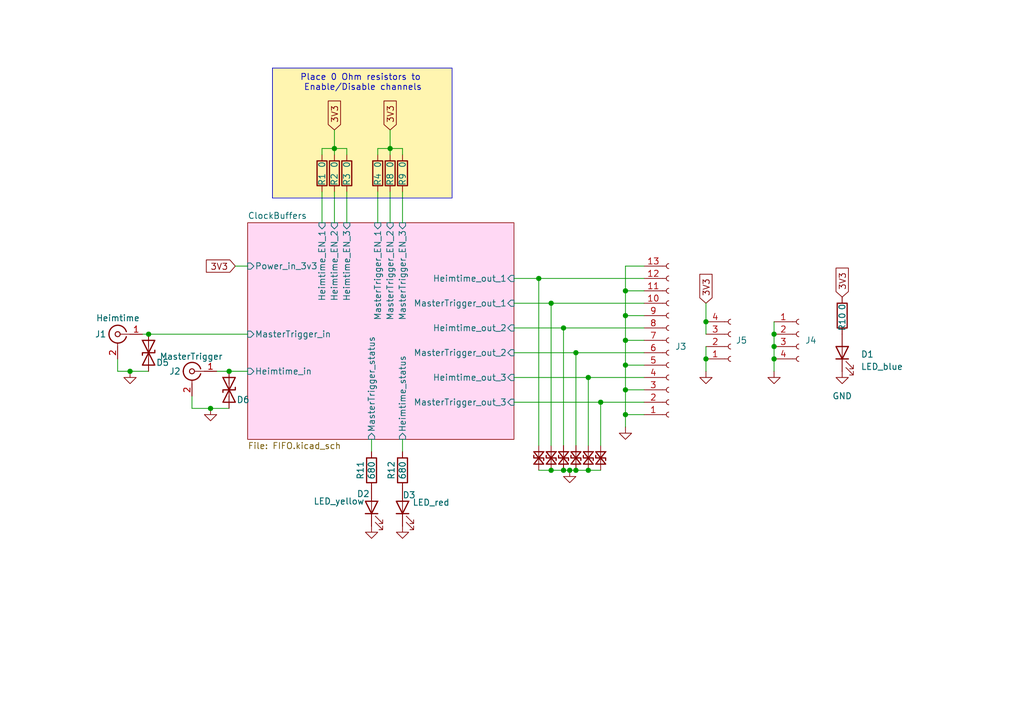
<source format=kicad_sch>
(kicad_sch (version 20250114) (generator "eeschema") (generator_version "9.0")
  (paper "A5")
  (title_block (title "Clock Buffers AddOn") (rev "2"))
  (lib_symbols
    (symbol "Connector:Conn_01x04_Socket" (pin_names (offset 1.016) (hide yes))
      (property "Reference" "J" (at 0 5.08 0))
      (property "Value" "Conn_01x04_Socket" (at 0 -7.62 0))
      (symbol "Conn_01x04_Socket_1_1"
        (polyline (pts (xy -1.27 2.54) (xy -0.508 2.54)) (stroke (width 0.1524)))
        (polyline (pts (xy -1.27 0) (xy -0.508 0)) (stroke (width 0.1524)))
        (polyline (pts (xy -1.27 -2.54) (xy -0.508 -2.54)) (stroke (width 0.1524)))
        (polyline (pts (xy -1.27 -5.08) (xy -0.508 -5.08)) (stroke (width 0.1524)))
        (arc (start 0 2.032) (mid -0.5058 2.54) (end 0 3.048) (stroke (width 0.1524)))
        (arc (start 0 -0.508) (mid -0.5058 0) (end 0 0.508) (stroke (width 0.1524)))
        (arc (start 0 -3.048) (mid -0.5058 -2.54) (end 0 -2.032) (stroke (width 0.1524)))
        (arc (start 0 -5.588) (mid -0.5058 -5.08) (end 0 -4.572) (stroke (width 0.1524)))
        (pin passive line (at -5.08 2.54 0) (length 3.81) (name "Pin_1") (number "1"))
        (pin passive line (at -5.08 0 0) (length 3.81) (name "Pin_2") (number "2"))
        (pin passive line (at -5.08 -2.54 0) (length 3.81) (name "Pin_3") (number "3"))
        (pin passive line (at -5.08 -5.08 0) (length 3.81) (name "Pin_4") (number "4"))
      )
    )
    (symbol "Connector:Conn_01x13_Socket" (pin_names (offset 1.016) (hide yes))
      (property "Reference" "J" (at 0 17.78 0))
      (property "Value" "Conn_01x13_Socket" (at 0 -17.78 0))
      (symbol "Conn_01x13_Socket_1_1"
        (polyline (pts (xy -1.27 15.24) (xy -0.508 15.24)) (stroke (width 0.1524)))
        (polyline (pts (xy -1.27 12.7) (xy -0.508 12.7)) (stroke (width 0.1524)))
        (polyline (pts (xy -1.27 10.16) (xy -0.508 10.16)) (stroke (width 0.1524)))
        (polyline (pts (xy -1.27 7.62) (xy -0.508 7.62)) (stroke (width 0.1524)))
        (polyline (pts (xy -1.27 5.08) (xy -0.508 5.08)) (stroke (width 0.1524)))
        (polyline (pts (xy -1.27 2.54) (xy -0.508 2.54)) (stroke (width 0.1524)))
        (polyline (pts (xy -1.27 0) (xy -0.508 0)) (stroke (width 0.1524)))
        (polyline (pts (xy -1.27 -2.54) (xy -0.508 -2.54)) (stroke (width 0.1524)))
        (polyline (pts (xy -1.27 -5.08) (xy -0.508 -5.08)) (stroke (width 0.1524)))
        (polyline (pts (xy -1.27 -7.62) (xy -0.508 -7.62)) (stroke (width 0.1524)))
        (polyline (pts (xy -1.27 -10.16) (xy -0.508 -10.16)) (stroke (width 0.1524)))
        (polyline (pts (xy -1.27 -12.7) (xy -0.508 -12.7)) (stroke (width 0.1524)))
        (polyline (pts (xy -1.27 -15.24) (xy -0.508 -15.24)) (stroke (width 0.1524)))
        (arc (start 0 14.732) (mid -0.5058 15.24) (end 0 15.748) (stroke (width 0.1524)))
        (arc (start 0 12.192) (mid -0.5058 12.7) (end 0 13.208) (stroke (width 0.1524)))
        (arc (start 0 9.652) (mid -0.5058 10.16) (end 0 10.668) (stroke (width 0.1524)))
        (arc (start 0 7.112) (mid -0.5058 7.62) (end 0 8.128) (stroke (width 0.1524)))
        (arc (start 0 4.572) (mid -0.5058 5.08) (end 0 5.588) (stroke (width 0.1524)))
        (arc (start 0 2.032) (mid -0.5058 2.54) (end 0 3.048) (stroke (width 0.1524)))
        (arc (start 0 -0.508) (mid -0.5058 0) (end 0 0.508) (stroke (width 0.1524)))
        (arc (start 0 -3.048) (mid -0.5058 -2.54) (end 0 -2.032) (stroke (width 0.1524)))
        (arc (start 0 -5.588) (mid -0.5058 -5.08) (end 0 -4.572) (stroke (width 0.1524)))
        (arc (start 0 -8.128) (mid -0.5058 -7.62) (end 0 -7.112) (stroke (width 0.1524)))
        (arc (start 0 -10.668) (mid -0.5058 -10.16) (end 0 -9.652) (stroke (width 0.1524)))
        (arc (start 0 -13.208) (mid -0.5058 -12.7) (end 0 -12.192) (stroke (width 0.1524)))
        (arc (start 0 -15.748) (mid -0.5058 -15.24) (end 0 -14.732) (stroke (width 0.1524)))
        (pin passive line (at -5.08 15.24 0) (length 3.81) (name "Pin_1") (number "1"))
        (pin passive line (at -5.08 12.7 0) (length 3.81) (name "Pin_2") (number "2"))
        (pin passive line (at -5.08 10.16 0) (length 3.81) (name "Pin_3") (number "3"))
        (pin passive line (at -5.08 7.62 0) (length 3.81) (name "Pin_4") (number "4"))
        (pin passive line (at -5.08 5.08 0) (length 3.81) (name "Pin_5") (number "5"))
        (pin passive line (at -5.08 2.54 0) (length 3.81) (name "Pin_6") (number "6"))
        (pin passive line (at -5.08 0 0) (length 3.81) (name "Pin_7") (number "7"))
        (pin passive line (at -5.08 -2.54 0) (length 3.81) (name "Pin_8") (number "8"))
        (pin passive line (at -5.08 -5.08 0) (length 3.81) (name "Pin_9") (number "9"))
        (pin passive line (at -5.08 -7.62 0) (length 3.81) (name "Pin_10") (number "10"))
        (pin passive line (at -5.08 -10.16 0) (length 3.81) (name "Pin_11") (number "11"))
        (pin passive line (at -5.08 -12.7 0) (length 3.81) (name "Pin_12") (number "12"))
        (pin passive line (at -5.08 -15.24 0) (length 3.81) (name "Pin_13") (number "13"))
      )
    )
    (symbol "Connector:Conn_Coaxial" (pin_names (offset 1.016) (hide yes))
      (property "Reference" "J" (at 0.254 3.048 0))
      (property "Value" "Conn_Coaxial" (at 2.921 0 90))
      (symbol "Conn_Coaxial_0_1"
        (polyline (pts (xy -2.54 0) (xy -0.508 0)))
        (arc (start 1.778 0) (mid 0.222 -1.8079) (end -1.778 -0.508) (stroke (width 0.254)))
        (arc (start -1.778 0.508) (mid 0.2221 1.8084) (end 1.778 0) (stroke (width 0.254)))
        (circle (center 0 0) (radius 0.508) (stroke (width 0.2032)))
        (polyline (pts (xy 0 -2.54) (xy 0 -1.778)))
      )
      (symbol "Conn_Coaxial_1_1"
        (pin passive line (at -5.08 0 0) (length 2.54) (name "In") (number "1"))
        (pin passive line (at 0 -5.08 90) (length 2.54) (name "Ext") (number "2"))
      )
    )
    (symbol "Device:D_TVS" (pin_numbers (hide yes)) (pin_names (offset 1.016) (hide yes))
      (property "Reference" "D" (at 0 2.54 0))
      (property "Value" "D_TVS" (at 0 -2.54 0))
      (symbol "D_TVS_0_1"
        (polyline (pts (xy -2.54 1.27) (xy -2.54 -1.27) (xy 2.54 1.27) (xy 2.54 -1.27) (xy -2.54 1.27)) (stroke (width 0.254)))
        (polyline (pts (xy 0.508 1.27) (xy 0 1.27) (xy 0 -1.27) (xy -0.508 -1.27)) (stroke (width 0.254)))
        (polyline (pts (xy 1.27 0) (xy -1.27 0)))
      )
      (symbol "D_TVS_1_1"
        (pin passive line (at -3.81 0 0) (length 2.54) (name "A1") (number "1"))
        (pin passive line (at 3.81 0 180) (length 2.54) (name "A2") (number "2"))
      )
    )
    (symbol "Device:D_TVS_Small" (pin_numbers (hide yes)) (pin_names (offset 1.016) (hide yes))
      (property "Reference" "D" (at 0 2.54 0))
      (property "Value" "D_TVS_Small" (at 0 -2.54 0))
      (symbol "D_TVS_Small_0_1"
        (polyline (pts (xy -1.27 1.016) (xy -1.27 -1.016) (xy 1.27 1.016) (xy 1.27 -1.016) (xy -1.27 1.016)) (stroke (width 0.254)))
        (polyline (pts (xy -1.27 0) (xy 1.27 0)))
        (polyline (pts (xy 0.508 1.016) (xy 0 1.016) (xy 0 -1.016) (xy -0.508 -1.016)) (stroke (width 0.254)))
      )
      (symbol "D_TVS_Small_1_1"
        (pin passive line (at -2.54 0 0) (length 1.27) (name "A1") (number "1"))
        (pin passive line (at 2.54 0 180) (length 1.27) (name "A2") (number "2"))
      )
    )
    (symbol "Device:LED" (pin_numbers (hide yes)) (pin_names (offset 1.016) (hide yes))
      (property "Reference" "D" (at 0 2.54 0))
      (property "Value" "LED" (at 0 -2.54 0))
      (symbol "LED_0_1"
        (polyline (pts (xy -3.048 -0.762) (xy -4.572 -2.286) (xy -3.81 -2.286) (xy -4.572 -2.286) (xy -4.572 -1.524)))
        (polyline (pts (xy -1.778 -0.762) (xy -3.302 -2.286) (xy -2.54 -2.286) (xy -3.302 -2.286) (xy -3.302 -1.524)))
        (polyline (pts (xy -1.27 0) (xy 1.27 0)))
        (polyline (pts (xy -1.27 -1.27) (xy -1.27 1.27)) (stroke (width 0.254)))
        (polyline (pts (xy 1.27 -1.27) (xy 1.27 1.27) (xy -1.27 0) (xy 1.27 -1.27)) (stroke (width 0.254)))
      )
      (symbol "LED_1_1"
        (pin passive line (at -3.81 0 0) (length 2.54) (name "K") (number "1"))
        (pin passive line (at 3.81 0 180) (length 2.54) (name "A") (number "2"))
      )
    )
    (symbol "Device:R" (pin_numbers (hide yes)) (pin_names (offset 0))
      (property "Reference" "R" (at 2.032 0 90))
      (property "Value" "R" (at 0 0 90))
      (symbol "R_0_1"
        (rectangle (start -1.016 -2.54) (end 1.016 2.54) (stroke (width 0.254)))
      )
      (symbol "R_1_1"
        (pin passive line (at 0 3.81 270) (length 1.27) (name "~") (number "1"))
        (pin passive line (at 0 -3.81 90) (length 1.27) (name "~") (number "2"))
      )
    )
    (symbol "power:GND" (power) (pin_numbers (hide yes)) (pin_names (offset 0) (hide yes))
      (property "Value" "GND" (at 0 -3.81 0))
      (symbol "GND_0_1"
        (polyline (pts (xy 0 0) (xy 0 -1.27) (xy 1.27 -1.27) (xy 0 -2.54) (xy -1.27 -1.27) (xy 0 -1.27)))
      )
      (symbol "GND_1_1"
        (pin power_in line (at 0 0 270) (length 0) (name "~") (number "1"))
      )
    )
  )
  (rectangle (start 55.88 13.97) (end 92.71 40.64) (fill (type color) (color 255 245 176 1)))
  (text "Place 0 Ohm resistors to \nEnable/Disable channels" (at 74.422 17.018 0) (effects (font (size 1.27 1.27))))
  (junction (at 144.78 66.04))
  (junction (at 115.57 96.52))
  (junction (at 80.01 30.48))
  (junction (at 68.58 30.48))
  (junction (at 118.11 72.39))
  (junction (at 158.75 73.66))
  (junction (at 113.03 62.23))
  (junction (at 120.65 96.52))
  (junction (at 128.27 80.01))
  (junction (at 116.84 96.52))
  (junction (at 115.57 67.31))
  (junction (at 46.99 76.2))
  (junction (at 110.49 57.15))
  (junction (at 128.27 74.93))
  (junction (at 43.18 83.82))
  (junction (at 128.27 85.09))
  (junction (at 158.75 71.12))
  (junction (at 30.48 68.58))
  (junction (at 113.03 96.52))
  (junction (at 128.27 59.69))
  (junction (at 158.75 68.58))
  (junction (at 144.78 73.66))
  (junction (at 128.27 64.77))
  (junction (at 118.11 96.52))
  (junction (at 128.27 69.85))
  (junction (at 123.19 82.55))
  (junction (at 26.67 76.2))
  (junction (at 120.65 77.47))
  (wire (pts (xy 128.27 85.09) (xy 132.08 85.09)))
  (wire (pts (xy 113.03 62.23) (xy 113.03 91.44)))
  (wire (pts (xy 82.55 30.48) (xy 82.55 31.75)))
  (wire (pts (xy 105.41 62.23) (xy 113.03 62.23)))
  (wire (pts (xy 132.08 69.85) (xy 128.27 69.85)))
  (wire (pts (xy 113.03 96.52) (xy 115.57 96.52)))
  (wire (pts (xy 118.11 72.39) (xy 118.11 91.44)))
  (wire (pts (xy 110.49 57.15) (xy 110.49 91.44)))
  (wire (pts (xy 128.27 54.61) (xy 128.27 59.69)))
  (wire (pts (xy 77.47 39.37) (xy 77.47 45.72)))
  (wire (pts (xy 44.45 76.2) (xy 46.99 76.2)))
  (wire (pts (xy 158.75 71.12) (xy 158.75 73.66)))
  (wire (pts (xy 66.04 30.48) (xy 68.58 30.48)))
  (wire (pts (xy 116.84 96.52) (xy 118.11 96.52)))
  (wire (pts (xy 71.12 30.48) (xy 71.12 31.75)))
  (wire (pts (xy 128.27 69.85) (xy 128.27 74.93)))
  (wire (pts (xy 39.37 83.82) (xy 43.18 83.82)))
  (wire (pts (xy 144.78 71.12) (xy 144.78 73.66)))
  (wire (pts (xy 71.12 39.37) (xy 71.12 45.72)))
  (wire (pts (xy 76.2 90.17) (xy 76.2 92.71)))
  (wire (pts (xy 68.58 39.37) (xy 68.58 45.72)))
  (wire (pts (xy 46.99 76.2) (xy 50.8 76.2)))
  (wire (pts (xy 29.21 68.58) (xy 30.48 68.58)))
  (wire (pts (xy 128.27 64.77) (xy 128.27 69.85)))
  (wire (pts (xy 26.67 76.2) (xy 24.13 76.2)))
  (wire (pts (xy 120.65 77.47) (xy 120.65 91.44)))
  (wire (pts (xy 144.78 73.66) (xy 144.78 76.2)))
  (wire (pts (xy 43.18 83.82) (xy 46.99 83.82)))
  (wire (pts (xy 68.58 30.48) (xy 68.58 31.75)))
  (wire (pts (xy 80.01 30.48) (xy 80.01 31.75)))
  (wire (pts (xy 115.57 67.31) (xy 132.08 67.31)))
  (wire (pts (xy 128.27 74.93) (xy 132.08 74.93)))
  (wire (pts (xy 144.78 62.23) (xy 144.78 66.04)))
  (wire (pts (xy 80.01 30.48) (xy 82.55 30.48)))
  (wire (pts (xy 118.11 72.39) (xy 132.08 72.39)))
  (wire (pts (xy 24.13 76.2) (xy 24.13 73.66)))
  (wire (pts (xy 110.49 57.15) (xy 132.08 57.15)))
  (wire (pts (xy 39.37 81.28) (xy 39.37 83.82)))
  (wire (pts (xy 158.75 68.58) (xy 158.75 71.12)))
  (wire (pts (xy 128.27 59.69) (xy 128.27 64.77)))
  (wire (pts (xy 80.01 39.37) (xy 80.01 45.72)))
  (wire (pts (xy 118.11 96.52) (xy 120.65 96.52)))
  (wire (pts (xy 82.55 39.37) (xy 82.55 45.72)))
  (wire (pts (xy 66.04 39.37) (xy 66.04 45.72)))
  (wire (pts (xy 128.27 64.77) (xy 132.08 64.77)))
  (wire (pts (xy 123.19 82.55) (xy 132.08 82.55)))
  (wire (pts (xy 158.75 66.04) (xy 158.75 68.58)))
  (wire (pts (xy 68.58 26.67) (xy 68.58 30.48)))
  (wire (pts (xy 66.04 30.48) (xy 66.04 31.75)))
  (wire (pts (xy 144.78 66.04) (xy 144.78 68.58)))
  (wire (pts (xy 120.65 77.47) (xy 132.08 77.47)))
  (wire (pts (xy 77.47 30.48) (xy 77.47 31.75)))
  (wire (pts (xy 105.41 77.47) (xy 120.65 77.47)))
  (wire (pts (xy 128.27 85.09) (xy 128.27 87.63)))
  (wire (pts (xy 132.08 54.61) (xy 128.27 54.61)))
  (wire (pts (xy 128.27 59.69) (xy 132.08 59.69)))
  (wire (pts (xy 110.49 96.52) (xy 113.03 96.52)))
  (wire (pts (xy 158.75 73.66) (xy 158.75 76.2)))
  (wire (pts (xy 120.65 96.52) (xy 123.19 96.52)))
  (wire (pts (xy 30.48 68.58) (xy 50.8 68.58)))
  (wire (pts (xy 105.41 72.39) (xy 118.11 72.39)))
  (wire (pts (xy 128.27 74.93) (xy 128.27 80.01)))
  (wire (pts (xy 80.01 26.67) (xy 80.01 30.48)))
  (wire (pts (xy 82.55 90.17) (xy 82.55 92.71)))
  (wire (pts (xy 48.26 54.61) (xy 50.8 54.61)))
  (wire (pts (xy 115.57 91.44) (xy 115.57 67.31)))
  (wire (pts (xy 105.41 57.15) (xy 110.49 57.15)))
  (wire (pts (xy 128.27 80.01) (xy 132.08 80.01)))
  (wire (pts (xy 68.58 30.48) (xy 71.12 30.48)))
  (wire (pts (xy 123.19 82.55) (xy 123.19 91.44)))
  (wire (pts (xy 128.27 80.01) (xy 128.27 85.09)))
  (wire (pts (xy 105.41 82.55) (xy 123.19 82.55)))
  (wire (pts (xy 77.47 30.48) (xy 80.01 30.48)))
  (wire (pts (xy 105.41 67.31) (xy 115.57 67.31)))
  (wire (pts (xy 26.67 76.2) (xy 30.48 76.2)))
  (wire (pts (xy 113.03 62.23) (xy 132.08 62.23)))
  (wire (pts (xy 115.57 96.52) (xy 116.84 96.52)))
  (global_label "3V3" (shape input) (at 48.26 54.61 180) (property "Intersheetrefs" "${INTERSHEET_REFS}" (effects (hide yes))))
  (global_label "3V3" (shape input) (at 80.01 26.67 90) (property "Intersheetrefs" "${INTERSHEET_REFS}" (effects (hide yes))))
  (global_label "3V3" (shape input) (at 144.78 62.23 90) (property "Intersheetrefs" "${INTERSHEET_REFS}" (effects (hide yes))))
  (global_label "3V3" (shape input) (at 172.72 60.96 90) (property "Intersheetrefs" "${INTERSHEET_REFS}" (effects (hide yes))))
  (global_label "3V3" (shape input) (at 68.58 26.67 90) (property "Intersheetrefs" "${INTERSHEET_REFS}" (effects (hide yes))))
  (symbol (lib_id "Device:R") (at 66.04 35.56 180) (unit 1)
    (property "Reference" "R1" (at 66.04 36.83 90))
    (property "Value" "0" (at 66.04 33.782 90))
    (property "Footprint" "Resistor_SMD:R_0402_1005Metric" (effects (hide yes)))
    (property "Description" "Resistor" (effects (hide yes)))
  )
  (symbol (lib_id "power:GND") (at 128.27 87.63 0) (unit 1)
    (property "Reference" "#PWR07" (effects (hide yes)))
    (property "Value" "GND" (effects (hide yes)))
    (property "Description" "Power symbol creates a global label with name \"GND\" , ground" (effects (hide yes)))
  )
  (symbol (lib_id "Device:D_TVS_Small") (at 123.19 93.98 270) (unit 1)
    (property "Reference" "D11" (effects (hide yes)))
    (property "Value" "SP1333-01UTG" (effects (hide yes)))
    (property "Footprint" "Diode_SMD:D_0201_0603Metric" (effects (hide yes)))
    (property "Description" "Bidirectional transient-voltage-suppression diode, small symbol" (effects (hide yes)))
  )
  (symbol (lib_id "power:GND") (at 43.18 83.82 0) (unit 1)
    (property "Reference" "#PWR06" (effects (hide yes)))
    (property "Value" "GND" (effects (hide yes)))
    (property "Description" "Power symbol creates a global label with name \"GND\" , ground" (effects (hide yes)))
  )
  (symbol (lib_id "Device:R") (at 76.2 96.52 180) (unit 1)
    (property "Reference" "R11" (at 73.914 96.52 90))
    (property "Value" "680" (at 76.2 96.52 90))
    (property "Footprint" "Resistor_SMD:R_0402_1005Metric" (effects (hide yes)))
    (property "Description" "Resistor" (effects (hide yes)))
  )
  (symbol (lib_id "power:GND") (at 158.75 76.2 0) (unit 1)
    (property "Reference" "#PWR08" (effects (hide yes)))
    (property "Value" "GND" (effects (hide yes)))
    (property "Description" "Power symbol creates a global label with name \"GND\" , ground" (effects (hide yes)))
  )
  (symbol (lib_id "power:GND") (at 144.78 76.2 0) (unit 1)
    (property "Reference" "#PWR09" (effects (hide yes)))
    (property "Value" "GND" (effects (hide yes)))
    (property "Description" "Power symbol creates a global label with name \"GND\" , ground" (effects (hide yes)))
  )
  (symbol (lib_id "Device:R") (at 82.55 35.56 180) (unit 1)
    (property "Reference" "R9" (at 82.55 36.83 90))
    (property "Value" "0" (at 82.55 33.782 90))
    (property "Footprint" "Resistor_SMD:R_0402_1005Metric" (effects (hide yes)))
    (property "Description" "Resistor" (effects (hide yes)))
  )
  (symbol (lib_id "power:GND") (at 76.2 107.95 0) (unit 1)
    (property "Reference" "#PWR012" (effects (hide yes)))
    (property "Value" "GND" (effects (hide yes)))
    (property "Description" "Power symbol creates a global label with name \"GND\" , ground" (effects (hide yes)))
  )
  (symbol (lib_id "Device:R") (at 80.01 35.56 180) (unit 1)
    (property "Reference" "R8" (at 80.01 36.83 90))
    (property "Value" "0" (at 80.01 33.782 90))
    (property "Footprint" "Resistor_SMD:R_0402_1005Metric" (effects (hide yes)))
    (property "Description" "Resistor" (effects (hide yes)))
  )
  (symbol (lib_id "Device:D_TVS_Small") (at 113.03 93.98 270) (unit 1)
    (property "Reference" "D7" (effects (hide yes)))
    (property "Value" "SP1333-01UTG" (effects (hide yes)))
    (property "Footprint" "Diode_SMD:D_0201_0603Metric" (effects (hide yes)))
    (property "Description" "Bidirectional transient-voltage-suppression diode, small symbol" (effects (hide yes)))
  )
  (symbol (lib_id "Device:R") (at 172.72 64.77 180) (unit 1)
    (property "Reference" "R10" (at 172.72 66.04 90))
    (property "Value" "0" (at 172.72 62.992 90))
    (property "Footprint" "Resistor_SMD:R_0603_1608Metric" (effects (hide yes)))
    (property "Description" "Resistor" (effects (hide yes)))
  )
  (symbol (lib_id "power:GND") (at 116.84 96.52 0) (unit 1)
    (property "Reference" "#PWR014" (effects (hide yes)))
    (property "Value" "GND" (effects (hide yes)))
    (property "Description" "Power symbol creates a global label with name \"GND\" , ground" (effects (hide yes)))
  )
  (symbol (lib_id "Device:D_TVS") (at 46.99 80.01 90) (mirror x) (unit 1)
    (property "Reference" "D6" (at 48.514 82.042 90) (effects (justify right)))
    (property "Value" "SP1333-01UTG" (effects (hide yes)))
    (property "Footprint" "Diode_SMD:D_0201_0603Metric" (effects (hide yes)))
    (property "Description" "Bidirectional transient-voltage-suppression diode" (effects (hide yes)))
  )
  (symbol (lib_id "Device:LED") (at 82.55 104.14 90) (unit 1)
    (property "Reference" "D3" (at 82.55 101.6 90) (effects (justify right)))
    (property "Value" "LED_red" (at 84.582 103.124 90) (effects (justify right)))
    (property "Footprint" "LED_SMD:LED_0603_1608Metric" (effects (hide yes)))
    (property "Description" "Light emitting diode" (effects (hide yes)))
  )
  (symbol (lib_id "Connector:Conn_Coaxial") (at 39.37 76.2 0) (mirror y) (unit 1)
    (property "Reference" "J2" (at 37.084 76.2 0) (effects (justify left)))
    (property "Value" "MasterTrigger" (at 45.72 73.152 0) (effects (justify left)))
    (property "Footprint" "AddOn_lib:LINX_CONMCX002-SMD-T" (effects (hide yes)))
    (property "Description" "coaxial connector (BNC, SMA, SMB, SMC, Cinch/RCA, LEMO, ...)" (effects (hide yes)))
  )
  (symbol (lib_id "power:GND") (at 82.55 107.95 0) (unit 1)
    (property "Reference" "#PWR013" (effects (hide yes)))
    (property "Value" "GND" (effects (hide yes)))
    (property "Description" "Power symbol creates a global label with name \"GND\" , ground" (effects (hide yes)))
  )
  (symbol (lib_id "Device:D_TVS_Small") (at 110.49 93.98 270) (unit 1)
    (property "Reference" "D13" (effects (hide yes)))
    (property "Value" "SP1333-01UTG" (effects (hide yes)))
    (property "Footprint" "Diode_SMD:D_0201_0603Metric" (effects (hide yes)))
    (property "Description" "Bidirectional transient-voltage-suppression diode, small symbol" (effects (hide yes)))
  )
  (symbol (lib_id "Device:R") (at 71.12 35.56 180) (unit 1)
    (property "Reference" "R3" (at 71.12 36.83 90))
    (property "Value" "0" (at 71.12 33.782 90))
    (property "Footprint" "Resistor_SMD:R_0402_1005Metric" (effects (hide yes)))
    (property "Description" "Resistor" (effects (hide yes)))
  )
  (symbol (lib_id "Device:D_TVS") (at 30.48 72.39 90) (mirror x) (unit 1)
    (property "Reference" "D5" (at 32.004 74.422 90) (effects (justify right)))
    (property "Value" "SP1333-01UTG" (effects (hide yes)))
    (property "Footprint" "Diode_SMD:D_0201_0603Metric" (effects (hide yes)))
    (property "Description" "Bidirectional transient-voltage-suppression diode" (effects (hide yes)))
  )
  (symbol (lib_id "Connector:Conn_01x04_Socket") (at 163.83 68.58 0) (unit 1)
    (property "Reference" "J4" (at 165.1 69.8499 0) (effects (justify left)))
    (property "Value" "Conn_01x04_Socket" (effects (hide yes)))
    (property "Footprint" "Connector_PinHeader_1.27mm:PinHeader_1x04_P1.27mm_Vertical" (effects (hide yes)))
    (property "Description" "Generic connector, single row, 01x04, script generated" (effects (hide yes)))
  )
  (symbol (lib_id "Device:R") (at 68.58 35.56 180) (unit 1)
    (property "Reference" "R2" (at 68.58 36.83 90))
    (property "Value" "0" (at 68.58 33.782 90))
    (property "Footprint" "Resistor_SMD:R_0402_1005Metric" (effects (hide yes)))
    (property "Description" "Resistor" (effects (hide yes)))
  )
  (symbol (lib_id "Connector:Conn_01x04_Socket") (at 149.86 71.12 0) (mirror x) (unit 1)
    (property "Reference" "J5" (at 150.876 69.85 0) (effects (justify left)))
    (property "Value" "Conn_01x04_Socket" (effects (hide yes)))
    (property "Footprint" "Connector_PinHeader_1.27mm:PinHeader_1x04_P1.27mm_Vertical" (effects (hide yes)))
    (property "Description" "Generic connector, single row, 01x04, script generated" (effects (hide yes)))
  )
  (symbol (lib_id "power:GND") (at 172.72 76.2 0) (unit 1)
    (property "Reference" "#PWR010" (effects (hide yes)))
    (property "Value" "GND" (at 172.72 81.28 0))
    (property "Description" "Power symbol creates a global label with name \"GND\" , ground" (effects (hide yes)))
  )
  (symbol (lib_id "Device:R") (at 82.55 96.52 180) (unit 1)
    (property "Reference" "R12" (at 80.264 96.52 90))
    (property "Value" "680" (at 82.55 96.52 90))
    (property "Footprint" "Resistor_SMD:R_0402_1005Metric" (effects (hide yes)))
    (property "Description" "Resistor" (effects (hide yes)))
  )
  (symbol (lib_id "Connector:Conn_01x13_Socket") (at 137.16 69.85 0) (mirror x) (unit 1)
    (property "Reference" "J3" (at 138.43 71.1201 0) (effects (justify left)))
    (property "Value" "Conn_01x13_Socket" (effects (hide yes)))
    (property "Footprint" "Connector_PinHeader_1.27mm:PinHeader_1x13_P1.27mm_Vertical" (effects (hide yes)))
    (property "Description" "Generic connector, single row, 01x13, script generated" (effects (hide yes)))
  )
  (symbol (lib_id "Device:LED") (at 76.2 104.14 90) (unit 1)
    (property "Reference" "D2" (at 73.152 101.346 90) (effects (justify right)))
    (property "Value" "LED_yellow" (at 64.262 102.87 90) (effects (justify right)))
    (property "Footprint" "LED_SMD:LED_0603_1608Metric" (effects (hide yes)))
    (property "Description" "Light emitting diode" (effects (hide yes)))
  )
  (symbol (lib_id "Device:D_TVS_Small") (at 118.11 93.98 270) (unit 1)
    (property "Reference" "D9" (effects (hide yes)))
    (property "Value" "SP1333-01UTG" (effects (hide yes)))
    (property "Footprint" "Diode_SMD:D_0201_0603Metric" (effects (hide yes)))
    (property "Description" "Bidirectional transient-voltage-suppression diode, small symbol" (effects (hide yes)))
  )
  (symbol (lib_id "power:GND") (at 26.67 76.2 0) (unit 1)
    (property "Reference" "#PWR011" (effects (hide yes)))
    (property "Value" "GND" (effects (hide yes)))
    (property "Description" "Power symbol creates a global label with name \"GND\" , ground" (effects (hide yes)))
  )
  (symbol (lib_id "Device:D_TVS_Small") (at 115.57 93.98 270) (unit 1)
    (property "Reference" "D8" (effects (hide yes)))
    (property "Value" "SP1333-01UTG" (effects (hide yes)))
    (property "Footprint" "Diode_SMD:D_0201_0603Metric" (effects (hide yes)))
    (property "Description" "Bidirectional transient-voltage-suppression diode, small symbol" (effects (hide yes)))
  )
  (symbol (lib_id "Device:LED") (at 172.72 72.39 90) (unit 1)
    (property "Reference" "D1" (at 176.53 72.7074 90) (effects (justify right)))
    (property "Value" "LED_blue" (at 176.53 75.2474 90) (effects (justify right)))
    (property "Footprint" "LED_SMD:LED_0603_1608Metric" (effects (hide yes)))
    (property "Description" "Light emitting diode" (effects (hide yes)))
  )
  (symbol (lib_id "Device:D_TVS_Small") (at 120.65 93.98 270) (unit 1)
    (property "Reference" "D10" (effects (hide yes)))
    (property "Value" "SP1333-01UTG" (effects (hide yes)))
    (property "Footprint" "Diode_SMD:D_0201_0603Metric" (effects (hide yes)))
    (property "Description" "Bidirectional transient-voltage-suppression diode, small symbol" (effects (hide yes)))
  )
  (symbol (lib_id "Connector:Conn_Coaxial") (at 24.13 68.58 0) (mirror y) (unit 1)
    (property "Reference" "J1" (at 21.844 68.58 0) (effects (justify left)))
    (property "Value" "Heimtime" (at 28.702 65.278 0) (effects (justify left)))
    (property "Footprint" "AddOn_lib:LINX_CONMCX002-SMD-T" (effects (hide yes)))
    (property "Description" "coaxial connector (BNC, SMA, SMB, SMC, Cinch/RCA, LEMO, ...)" (effects (hide yes)))
  )
  (symbol (lib_id "Device:R") (at 77.47 35.56 180) (unit 1)
    (property "Reference" "R4" (at 77.47 36.83 90))
    (property "Value" "0" (at 77.47 33.782 90))
    (property "Footprint" "Resistor_SMD:R_0402_1005Metric" (effects (hide yes)))
    (property "Description" "Resistor" (effects (hide yes)))
  )
  (sheet (at 50.8 45.72) (size 54.61 44.45) (stroke (width 0.1524)) (fill (color 255 216 244 1.0000))
    (property "Sheetname" "ClockBuffers" (at 50.8 45.0084 0) (effects (justify left bottom)))
    (property "Sheetfile" "FIFO.kicad_sch" (at 50.8 90.7546 0) (effects (justify left top)))
    (pin "Heimtime_EN_1" input (at 66.04 45.72 90))
    (pin "Heimtime_EN_2" input (at 68.58 45.72 90))
    (pin "MasterTrigger_out_1" input (at 105.41 62.23 0))
    (pin "MasterTrigger_out_2" input (at 105.41 72.39 0))
    (pin "MasterTrigger_out_3" input (at 105.41 82.55 0))
    (pin "Heimtime_out_1" input (at 105.41 57.15 0))
    (pin "Heimtime_out_2" input (at 105.41 67.31 0))
    (pin "Heimtime_out_3" input (at 105.41 77.47 0))
    (pin "MasterTrigger_EN_1" input (at 77.47 45.72 90))
    (pin "MasterTrigger_EN_2" input (at 80.01 45.72 90))
    (pin "MasterTrigger_status" input (at 76.2 90.17 270))
    (pin "MasterTrigger_EN_3" input (at 82.55 45.72 90))
    (pin "MasterTrigger_in" input (at 50.8 68.58 180))
    (pin "Heimtime_status" input (at 82.55 90.17 270))
    (pin "Heimtime_EN_3" input (at 71.12 45.72 90))
    (pin "Heimtime_in" input (at 50.8 76.2 180))
    (pin "Power_in_3v3" input (at 50.8 54.61 180))
  )
)
</source>
